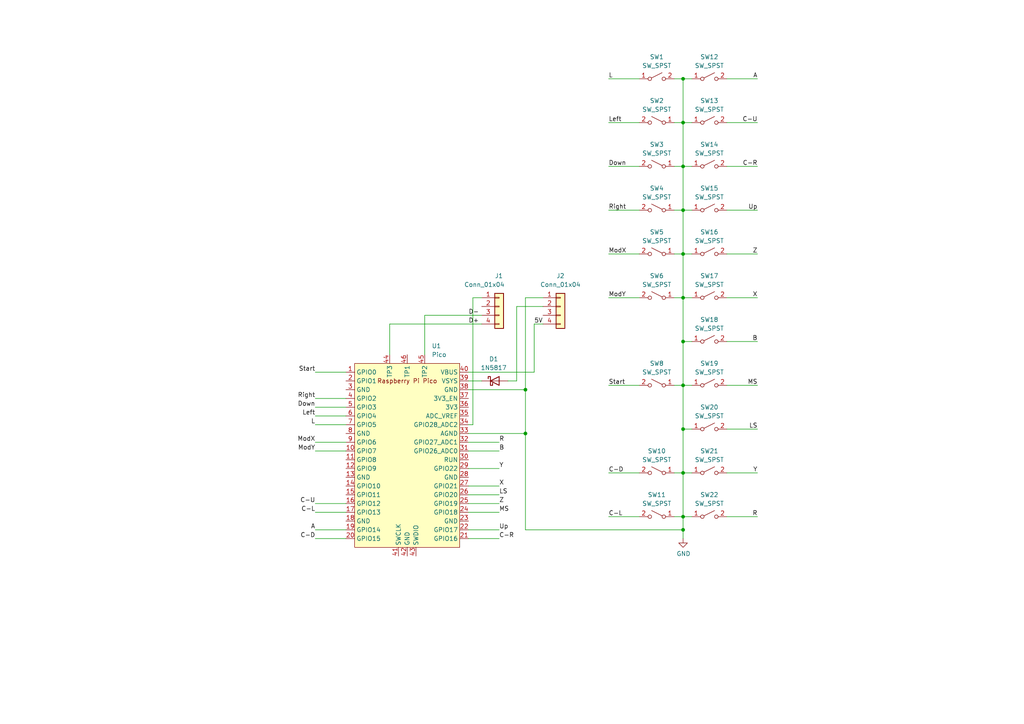
<source format=kicad_sch>
(kicad_sch (version 20211123) (generator eeschema)

  (uuid 9340c285-5767-42d5-8b6d-63fe2a40ddf3)

  (paper "A4")

  (lib_symbols
    (symbol "Diode:1N5817" (pin_numbers hide) (pin_names (offset 1.016) hide) (in_bom yes) (on_board yes)
      (property "Reference" "D" (id 0) (at 0 2.54 0)
        (effects (font (size 1.27 1.27)))
      )
      (property "Value" "1N5817" (id 1) (at 0 -2.54 0)
        (effects (font (size 1.27 1.27)))
      )
      (property "Footprint" "Diode_THT:D_DO-41_SOD81_P10.16mm_Horizontal" (id 2) (at 0 -4.445 0)
        (effects (font (size 1.27 1.27)) hide)
      )
      (property "Datasheet" "http://www.vishay.com/docs/88525/1n5817.pdf" (id 3) (at 0 0 0)
        (effects (font (size 1.27 1.27)) hide)
      )
      (property "ki_keywords" "diode Schottky" (id 4) (at 0 0 0)
        (effects (font (size 1.27 1.27)) hide)
      )
      (property "ki_description" "20V 1A Schottky Barrier Rectifier Diode, DO-41" (id 5) (at 0 0 0)
        (effects (font (size 1.27 1.27)) hide)
      )
      (property "ki_fp_filters" "D*DO?41*" (id 6) (at 0 0 0)
        (effects (font (size 1.27 1.27)) hide)
      )
      (symbol "1N5817_0_1"
        (polyline
          (pts
            (xy 1.27 0)
            (xy -1.27 0)
          )
          (stroke (width 0) (type default) (color 0 0 0 0))
          (fill (type none))
        )
        (polyline
          (pts
            (xy 1.27 1.27)
            (xy 1.27 -1.27)
            (xy -1.27 0)
            (xy 1.27 1.27)
          )
          (stroke (width 0.254) (type default) (color 0 0 0 0))
          (fill (type none))
        )
        (polyline
          (pts
            (xy -1.905 0.635)
            (xy -1.905 1.27)
            (xy -1.27 1.27)
            (xy -1.27 -1.27)
            (xy -0.635 -1.27)
            (xy -0.635 -0.635)
          )
          (stroke (width 0.254) (type default) (color 0 0 0 0))
          (fill (type none))
        )
      )
      (symbol "1N5817_1_1"
        (pin passive line (at -3.81 0 0) (length 2.54)
          (name "K" (effects (font (size 1.27 1.27))))
          (number "1" (effects (font (size 1.27 1.27))))
        )
        (pin passive line (at 3.81 0 180) (length 2.54)
          (name "A" (effects (font (size 1.27 1.27))))
          (number "2" (effects (font (size 1.27 1.27))))
        )
      )
    )
    (symbol "ModelU:Conn_01x04-Model_S" (pin_names (offset 1.016) hide) (in_bom yes) (on_board yes)
      (property "Reference" "J" (id 0) (at 0 5.08 0)
        (effects (font (size 1.27 1.27)))
      )
      (property "Value" "Conn_01x04-Model_S" (id 1) (at 0 -7.62 0)
        (effects (font (size 1.27 1.27)))
      )
      (property "Footprint" "" (id 2) (at 0 0 0)
        (effects (font (size 1.27 1.27)) hide)
      )
      (property "Datasheet" "" (id 3) (at 0 0 0)
        (effects (font (size 1.27 1.27)) hide)
      )
      (property "ki_fp_filters" "Connector*:*_1x??_*" (id 4) (at 0 0 0)
        (effects (font (size 1.27 1.27)) hide)
      )
      (symbol "Conn_01x04-Model_S_1_1"
        (rectangle (start -1.27 -4.953) (end 0 -5.207)
          (stroke (width 0.1524) (type default) (color 0 0 0 0))
          (fill (type none))
        )
        (rectangle (start -1.27 -2.413) (end 0 -2.667)
          (stroke (width 0.1524) (type default) (color 0 0 0 0))
          (fill (type none))
        )
        (rectangle (start -1.27 0.127) (end 0 -0.127)
          (stroke (width 0.1524) (type default) (color 0 0 0 0))
          (fill (type none))
        )
        (rectangle (start -1.27 2.667) (end 0 2.413)
          (stroke (width 0.1524) (type default) (color 0 0 0 0))
          (fill (type none))
        )
        (rectangle (start -1.27 3.81) (end 1.27 -6.35)
          (stroke (width 0.254) (type default) (color 0 0 0 0))
          (fill (type background))
        )
        (pin passive line (at -5.08 2.54 0) (length 3.81)
          (name "Pin_1" (effects (font (size 1.27 1.27))))
          (number "1" (effects (font (size 1.27 1.27))))
        )
        (pin passive line (at -5.08 0 0) (length 3.81)
          (name "Pin_2" (effects (font (size 1.27 1.27))))
          (number "2" (effects (font (size 1.27 1.27))))
        )
        (pin passive line (at -5.08 -2.54 0) (length 3.81)
          (name "Pin_3" (effects (font (size 1.27 1.27))))
          (number "3" (effects (font (size 1.27 1.27))))
        )
        (pin passive line (at -5.08 -5.08 0) (length 3.81)
          (name "Pin_4" (effects (font (size 1.27 1.27))))
          (number "4" (effects (font (size 1.27 1.27))))
        )
      )
    )
    (symbol "RaspberryPiPicoUSB:Pico" (in_bom yes) (on_board yes)
      (property "Reference" "U" (id 0) (at -13.97 27.94 0)
        (effects (font (size 1.27 1.27)))
      )
      (property "Value" "Pico" (id 1) (at 0 19.05 0)
        (effects (font (size 1.27 1.27)))
      )
      (property "Footprint" "RPi_Pico:RPi_Pico_SMD_TH" (id 2) (at 0 0 90)
        (effects (font (size 1.27 1.27)) hide)
      )
      (property "Datasheet" "" (id 3) (at 0 0 0)
        (effects (font (size 1.27 1.27)) hide)
      )
      (symbol "Pico_0_0"
        (text "Raspberry Pi Pico" (at 0 21.59 0)
          (effects (font (size 1.27 1.27)))
        )
      )
      (symbol "Pico_0_1"
        (rectangle (start -15.24 26.67) (end 15.24 -26.67)
          (stroke (width 0) (type default) (color 0 0 0 0))
          (fill (type background))
        )
      )
      (symbol "Pico_1_1"
        (pin bidirectional line (at -17.78 24.13 0) (length 2.54)
          (name "GPIO0" (effects (font (size 1.27 1.27))))
          (number "1" (effects (font (size 1.27 1.27))))
        )
        (pin bidirectional line (at -17.78 1.27 0) (length 2.54)
          (name "GPIO7" (effects (font (size 1.27 1.27))))
          (number "10" (effects (font (size 1.27 1.27))))
        )
        (pin bidirectional line (at -17.78 -1.27 0) (length 2.54)
          (name "GPIO8" (effects (font (size 1.27 1.27))))
          (number "11" (effects (font (size 1.27 1.27))))
        )
        (pin bidirectional line (at -17.78 -3.81 0) (length 2.54)
          (name "GPIO9" (effects (font (size 1.27 1.27))))
          (number "12" (effects (font (size 1.27 1.27))))
        )
        (pin power_in line (at -17.78 -6.35 0) (length 2.54)
          (name "GND" (effects (font (size 1.27 1.27))))
          (number "13" (effects (font (size 1.27 1.27))))
        )
        (pin bidirectional line (at -17.78 -8.89 0) (length 2.54)
          (name "GPIO10" (effects (font (size 1.27 1.27))))
          (number "14" (effects (font (size 1.27 1.27))))
        )
        (pin bidirectional line (at -17.78 -11.43 0) (length 2.54)
          (name "GPIO11" (effects (font (size 1.27 1.27))))
          (number "15" (effects (font (size 1.27 1.27))))
        )
        (pin bidirectional line (at -17.78 -13.97 0) (length 2.54)
          (name "GPIO12" (effects (font (size 1.27 1.27))))
          (number "16" (effects (font (size 1.27 1.27))))
        )
        (pin bidirectional line (at -17.78 -16.51 0) (length 2.54)
          (name "GPIO13" (effects (font (size 1.27 1.27))))
          (number "17" (effects (font (size 1.27 1.27))))
        )
        (pin power_in line (at -17.78 -19.05 0) (length 2.54)
          (name "GND" (effects (font (size 1.27 1.27))))
          (number "18" (effects (font (size 1.27 1.27))))
        )
        (pin bidirectional line (at -17.78 -21.59 0) (length 2.54)
          (name "GPIO14" (effects (font (size 1.27 1.27))))
          (number "19" (effects (font (size 1.27 1.27))))
        )
        (pin bidirectional line (at -17.78 21.59 0) (length 2.54)
          (name "GPIO1" (effects (font (size 1.27 1.27))))
          (number "2" (effects (font (size 1.27 1.27))))
        )
        (pin bidirectional line (at -17.78 -24.13 0) (length 2.54)
          (name "GPIO15" (effects (font (size 1.27 1.27))))
          (number "20" (effects (font (size 1.27 1.27))))
        )
        (pin bidirectional line (at 17.78 -24.13 180) (length 2.54)
          (name "GPIO16" (effects (font (size 1.27 1.27))))
          (number "21" (effects (font (size 1.27 1.27))))
        )
        (pin bidirectional line (at 17.78 -21.59 180) (length 2.54)
          (name "GPIO17" (effects (font (size 1.27 1.27))))
          (number "22" (effects (font (size 1.27 1.27))))
        )
        (pin power_in line (at 17.78 -19.05 180) (length 2.54)
          (name "GND" (effects (font (size 1.27 1.27))))
          (number "23" (effects (font (size 1.27 1.27))))
        )
        (pin bidirectional line (at 17.78 -16.51 180) (length 2.54)
          (name "GPIO18" (effects (font (size 1.27 1.27))))
          (number "24" (effects (font (size 1.27 1.27))))
        )
        (pin bidirectional line (at 17.78 -13.97 180) (length 2.54)
          (name "GPIO19" (effects (font (size 1.27 1.27))))
          (number "25" (effects (font (size 1.27 1.27))))
        )
        (pin bidirectional line (at 17.78 -11.43 180) (length 2.54)
          (name "GPIO20" (effects (font (size 1.27 1.27))))
          (number "26" (effects (font (size 1.27 1.27))))
        )
        (pin bidirectional line (at 17.78 -8.89 180) (length 2.54)
          (name "GPIO21" (effects (font (size 1.27 1.27))))
          (number "27" (effects (font (size 1.27 1.27))))
        )
        (pin power_in line (at 17.78 -6.35 180) (length 2.54)
          (name "GND" (effects (font (size 1.27 1.27))))
          (number "28" (effects (font (size 1.27 1.27))))
        )
        (pin bidirectional line (at 17.78 -3.81 180) (length 2.54)
          (name "GPIO22" (effects (font (size 1.27 1.27))))
          (number "29" (effects (font (size 1.27 1.27))))
        )
        (pin power_in line (at -17.78 19.05 0) (length 2.54)
          (name "GND" (effects (font (size 1.27 1.27))))
          (number "3" (effects (font (size 1.27 1.27))))
        )
        (pin input line (at 17.78 -1.27 180) (length 2.54)
          (name "RUN" (effects (font (size 1.27 1.27))))
          (number "30" (effects (font (size 1.27 1.27))))
        )
        (pin bidirectional line (at 17.78 1.27 180) (length 2.54)
          (name "GPIO26_ADC0" (effects (font (size 1.27 1.27))))
          (number "31" (effects (font (size 1.27 1.27))))
        )
        (pin bidirectional line (at 17.78 3.81 180) (length 2.54)
          (name "GPIO27_ADC1" (effects (font (size 1.27 1.27))))
          (number "32" (effects (font (size 1.27 1.27))))
        )
        (pin power_in line (at 17.78 6.35 180) (length 2.54)
          (name "AGND" (effects (font (size 1.27 1.27))))
          (number "33" (effects (font (size 1.27 1.27))))
        )
        (pin bidirectional line (at 17.78 8.89 180) (length 2.54)
          (name "GPIO28_ADC2" (effects (font (size 1.27 1.27))))
          (number "34" (effects (font (size 1.27 1.27))))
        )
        (pin power_in line (at 17.78 11.43 180) (length 2.54)
          (name "ADC_VREF" (effects (font (size 1.27 1.27))))
          (number "35" (effects (font (size 1.27 1.27))))
        )
        (pin power_in line (at 17.78 13.97 180) (length 2.54)
          (name "3V3" (effects (font (size 1.27 1.27))))
          (number "36" (effects (font (size 1.27 1.27))))
        )
        (pin input line (at 17.78 16.51 180) (length 2.54)
          (name "3V3_EN" (effects (font (size 1.27 1.27))))
          (number "37" (effects (font (size 1.27 1.27))))
        )
        (pin bidirectional line (at 17.78 19.05 180) (length 2.54)
          (name "GND" (effects (font (size 1.27 1.27))))
          (number "38" (effects (font (size 1.27 1.27))))
        )
        (pin power_in line (at 17.78 21.59 180) (length 2.54)
          (name "VSYS" (effects (font (size 1.27 1.27))))
          (number "39" (effects (font (size 1.27 1.27))))
        )
        (pin bidirectional line (at -17.78 16.51 0) (length 2.54)
          (name "GPIO2" (effects (font (size 1.27 1.27))))
          (number "4" (effects (font (size 1.27 1.27))))
        )
        (pin power_in line (at 17.78 24.13 180) (length 2.54)
          (name "VBUS" (effects (font (size 1.27 1.27))))
          (number "40" (effects (font (size 1.27 1.27))))
        )
        (pin input line (at -2.54 -29.21 90) (length 2.54)
          (name "SWCLK" (effects (font (size 1.27 1.27))))
          (number "41" (effects (font (size 1.27 1.27))))
        )
        (pin power_in line (at 0 -29.21 90) (length 2.54)
          (name "GND" (effects (font (size 1.27 1.27))))
          (number "42" (effects (font (size 1.27 1.27))))
        )
        (pin bidirectional line (at 2.54 -29.21 90) (length 2.54)
          (name "SWDIO" (effects (font (size 1.27 1.27))))
          (number "43" (effects (font (size 1.27 1.27))))
        )
        (pin bidirectional line (at -5.08 29.21 270) (length 2.54)
          (name "TP3" (effects (font (size 1.27 1.27))))
          (number "44" (effects (font (size 1.27 1.27))))
        )
        (pin bidirectional line (at 5.08 29.21 270) (length 2.54)
          (name "TP2" (effects (font (size 1.27 1.27))))
          (number "45" (effects (font (size 1.27 1.27))))
        )
        (pin bidirectional line (at 0 29.21 270) (length 2.54)
          (name "TP1" (effects (font (size 1.27 1.27))))
          (number "46" (effects (font (size 1.27 1.27))))
        )
        (pin bidirectional line (at -17.78 13.97 0) (length 2.54)
          (name "GPIO3" (effects (font (size 1.27 1.27))))
          (number "5" (effects (font (size 1.27 1.27))))
        )
        (pin bidirectional line (at -17.78 11.43 0) (length 2.54)
          (name "GPIO4" (effects (font (size 1.27 1.27))))
          (number "6" (effects (font (size 1.27 1.27))))
        )
        (pin bidirectional line (at -17.78 8.89 0) (length 2.54)
          (name "GPIO5" (effects (font (size 1.27 1.27))))
          (number "7" (effects (font (size 1.27 1.27))))
        )
        (pin power_in line (at -17.78 6.35 0) (length 2.54)
          (name "GND" (effects (font (size 1.27 1.27))))
          (number "8" (effects (font (size 1.27 1.27))))
        )
        (pin bidirectional line (at -17.78 3.81 0) (length 2.54)
          (name "GPIO6" (effects (font (size 1.27 1.27))))
          (number "9" (effects (font (size 1.27 1.27))))
        )
      )
    )
    (symbol "Switch:SW_SPST" (pin_names (offset 0) hide) (in_bom yes) (on_board yes)
      (property "Reference" "SW" (id 0) (at 0 3.175 0)
        (effects (font (size 1.27 1.27)))
      )
      (property "Value" "SW_SPST" (id 1) (at 0 -2.54 0)
        (effects (font (size 1.27 1.27)))
      )
      (property "Footprint" "" (id 2) (at 0 0 0)
        (effects (font (size 1.27 1.27)) hide)
      )
      (property "Datasheet" "~" (id 3) (at 0 0 0)
        (effects (font (size 1.27 1.27)) hide)
      )
      (property "ki_keywords" "switch lever" (id 4) (at 0 0 0)
        (effects (font (size 1.27 1.27)) hide)
      )
      (property "ki_description" "Single Pole Single Throw (SPST) switch" (id 5) (at 0 0 0)
        (effects (font (size 1.27 1.27)) hide)
      )
      (symbol "SW_SPST_0_0"
        (circle (center -2.032 0) (radius 0.508)
          (stroke (width 0) (type default) (color 0 0 0 0))
          (fill (type none))
        )
        (polyline
          (pts
            (xy -1.524 0.254)
            (xy 1.524 1.778)
          )
          (stroke (width 0) (type default) (color 0 0 0 0))
          (fill (type none))
        )
        (circle (center 2.032 0) (radius 0.508)
          (stroke (width 0) (type default) (color 0 0 0 0))
          (fill (type none))
        )
      )
      (symbol "SW_SPST_1_1"
        (pin passive line (at -5.08 0 0) (length 2.54)
          (name "A" (effects (font (size 1.27 1.27))))
          (number "1" (effects (font (size 1.27 1.27))))
        )
        (pin passive line (at 5.08 0 180) (length 2.54)
          (name "B" (effects (font (size 1.27 1.27))))
          (number "2" (effects (font (size 1.27 1.27))))
        )
      )
    )
    (symbol "power:GND" (power) (pin_names (offset 0)) (in_bom yes) (on_board yes)
      (property "Reference" "#PWR" (id 0) (at 0 -6.35 0)
        (effects (font (size 1.27 1.27)) hide)
      )
      (property "Value" "GND" (id 1) (at 0 -3.81 0)
        (effects (font (size 1.27 1.27)))
      )
      (property "Footprint" "" (id 2) (at 0 0 0)
        (effects (font (size 1.27 1.27)) hide)
      )
      (property "Datasheet" "" (id 3) (at 0 0 0)
        (effects (font (size 1.27 1.27)) hide)
      )
      (property "ki_keywords" "power-flag" (id 4) (at 0 0 0)
        (effects (font (size 1.27 1.27)) hide)
      )
      (property "ki_description" "Power symbol creates a global label with name \"GND\" , ground" (id 5) (at 0 0 0)
        (effects (font (size 1.27 1.27)) hide)
      )
      (symbol "GND_0_1"
        (polyline
          (pts
            (xy 0 0)
            (xy 0 -1.27)
            (xy 1.27 -1.27)
            (xy 0 -2.54)
            (xy -1.27 -1.27)
            (xy 0 -1.27)
          )
          (stroke (width 0) (type default) (color 0 0 0 0))
          (fill (type none))
        )
      )
      (symbol "GND_1_1"
        (pin power_in line (at 0 0 270) (length 0) hide
          (name "GND" (effects (font (size 1.27 1.27))))
          (number "1" (effects (font (size 1.27 1.27))))
        )
      )
    )
  )

  (junction (at 198.12 137.16) (diameter 0) (color 0 0 0 0)
    (uuid 08a7c925-7fae-4530-b0c9-120e185cb318)
  )
  (junction (at 152.4 113.03) (diameter 0) (color 0 0 0 0)
    (uuid 21c20821-3a94-4cc0-910e-aac4a04725a3)
  )
  (junction (at 198.12 124.46) (diameter 0) (color 0 0 0 0)
    (uuid 5528bcad-2950-4673-90eb-c37e6952c475)
  )
  (junction (at 198.12 149.86) (diameter 0) (color 0 0 0 0)
    (uuid 61fe293f-6808-4b7f-9340-9aaac7054a97)
  )
  (junction (at 198.12 73.66) (diameter 0) (color 0 0 0 0)
    (uuid 6441b183-b8f2-458f-a23d-60e2b1f66dd6)
  )
  (junction (at 198.12 99.06) (diameter 0) (color 0 0 0 0)
    (uuid 66043bca-a260-4915-9fce-8a51d324c687)
  )
  (junction (at 152.4 125.73) (diameter 0) (color 0 0 0 0)
    (uuid 6a31db23-aed5-44bb-88c1-e75e78ac898d)
  )
  (junction (at 198.12 111.76) (diameter 0) (color 0 0 0 0)
    (uuid 7bbf981c-a063-4e30-8911-e4228e1c0743)
  )
  (junction (at 198.12 48.26) (diameter 0) (color 0 0 0 0)
    (uuid 80094b70-85ab-4ff6-934b-60d5ee65023a)
  )
  (junction (at 198.12 35.56) (diameter 0) (color 0 0 0 0)
    (uuid 922058ca-d09a-45fd-8394-05f3e2c1e03a)
  )
  (junction (at 198.12 86.36) (diameter 0) (color 0 0 0 0)
    (uuid b5352a33-563a-4ffe-a231-2e68fb54afa3)
  )
  (junction (at 198.12 22.86) (diameter 0) (color 0 0 0 0)
    (uuid bdc7face-9f7c-4701-80bb-4cc144448db1)
  )
  (junction (at 198.12 60.96) (diameter 0) (color 0 0 0 0)
    (uuid d4a1d3c4-b315-4bec-9220-d12a9eab51e0)
  )
  (junction (at 198.12 153.67) (diameter 0) (color 0 0 0 0)
    (uuid df05292e-5cf4-4545-b250-3aa233f42905)
  )

  (wire (pts (xy 135.89 110.49) (xy 139.7 110.49))
    (stroke (width 0) (type default) (color 0 0 0 0))
    (uuid 01f3afe9-aef6-40aa-8347-f801724f83ec)
  )
  (wire (pts (xy 100.33 128.27) (xy 91.44 128.27))
    (stroke (width 0) (type default) (color 0 0 0 0))
    (uuid 0413bc3d-7dec-4b1e-ac5b-48ac7ae73bf4)
  )
  (wire (pts (xy 219.71 22.86) (xy 210.82 22.86))
    (stroke (width 0) (type default) (color 0 0 0 0))
    (uuid 0520f61d-4522-4301-a3fa-8ed0bf060f69)
  )
  (wire (pts (xy 152.4 86.36) (xy 157.48 86.36))
    (stroke (width 0) (type default) (color 0 0 0 0))
    (uuid 060112c5-2234-4cbc-a58a-78e8f5d5c4ad)
  )
  (wire (pts (xy 198.12 48.26) (xy 195.58 48.26))
    (stroke (width 0) (type default) (color 0 0 0 0))
    (uuid 0f54db53-a272-4955-88fb-d7ab00657bb0)
  )
  (wire (pts (xy 219.71 73.66) (xy 210.82 73.66))
    (stroke (width 0) (type default) (color 0 0 0 0))
    (uuid 143ed874-a01f-4ced-ba4e-bbb66ddd1f70)
  )
  (wire (pts (xy 200.66 22.86) (xy 198.12 22.86))
    (stroke (width 0) (type default) (color 0 0 0 0))
    (uuid 1a1ab354-5f85-45f9-938c-9f6c4c8c3ea2)
  )
  (wire (pts (xy 195.58 137.16) (xy 198.12 137.16))
    (stroke (width 0) (type default) (color 0 0 0 0))
    (uuid 1bf544e3-5940-4576-9291-2464e95c0ee2)
  )
  (wire (pts (xy 198.12 60.96) (xy 198.12 73.66))
    (stroke (width 0) (type default) (color 0 0 0 0))
    (uuid 20cca02e-4c4d-4961-b6b4-b40a1731b220)
  )
  (wire (pts (xy 152.4 113.03) (xy 152.4 86.36))
    (stroke (width 0) (type default) (color 0 0 0 0))
    (uuid 233470d4-e37b-4863-9be9-430377e4233d)
  )
  (wire (pts (xy 176.53 60.96) (xy 185.42 60.96))
    (stroke (width 0) (type default) (color 0 0 0 0))
    (uuid 240e07e1-770b-4b27-894f-29fd601c924d)
  )
  (wire (pts (xy 219.71 149.86) (xy 210.82 149.86))
    (stroke (width 0) (type default) (color 0 0 0 0))
    (uuid 2891767f-251c-48c4-91c0-deb1b368f45c)
  )
  (wire (pts (xy 195.58 111.76) (xy 198.12 111.76))
    (stroke (width 0) (type default) (color 0 0 0 0))
    (uuid 2d210a96-f81f-42a9-8bf4-1b43c11086f3)
  )
  (wire (pts (xy 113.03 102.87) (xy 113.03 93.98))
    (stroke (width 0) (type default) (color 0 0 0 0))
    (uuid 2e1fa008-357a-4aac-8cf5-970493fa664d)
  )
  (wire (pts (xy 100.33 118.11) (xy 91.44 118.11))
    (stroke (width 0) (type default) (color 0 0 0 0))
    (uuid 31550343-14d8-4646-8cd8-824e61793bd2)
  )
  (wire (pts (xy 198.12 73.66) (xy 200.66 73.66))
    (stroke (width 0) (type default) (color 0 0 0 0))
    (uuid 31e08896-1992-4725-96d9-9d2728bca7a3)
  )
  (wire (pts (xy 152.4 153.67) (xy 198.12 153.67))
    (stroke (width 0) (type default) (color 0 0 0 0))
    (uuid 381de4bb-137e-499a-a200-dd1ce07a898b)
  )
  (wire (pts (xy 198.12 22.86) (xy 195.58 22.86))
    (stroke (width 0) (type default) (color 0 0 0 0))
    (uuid 3aaee4c4-dbf7-49a5-a620-9465d8cc3ae7)
  )
  (wire (pts (xy 219.71 48.26) (xy 210.82 48.26))
    (stroke (width 0) (type default) (color 0 0 0 0))
    (uuid 411d4270-c66c-4318-b7fb-1470d34862b8)
  )
  (wire (pts (xy 135.89 140.97) (xy 144.78 140.97))
    (stroke (width 0) (type default) (color 0 0 0 0))
    (uuid 416c86c7-0f8b-4df5-b309-4adcf4d2702b)
  )
  (wire (pts (xy 195.58 149.86) (xy 198.12 149.86))
    (stroke (width 0) (type default) (color 0 0 0 0))
    (uuid 42713045-fffd-4b2d-ae1e-7232d705fb12)
  )
  (wire (pts (xy 135.89 153.67) (xy 144.78 153.67))
    (stroke (width 0) (type default) (color 0 0 0 0))
    (uuid 44858ceb-b21c-4efa-85d3-b2fd89d1df18)
  )
  (wire (pts (xy 100.33 146.05) (xy 91.44 146.05))
    (stroke (width 0) (type default) (color 0 0 0 0))
    (uuid 488d14a4-542e-41f6-bde8-b10693cdb476)
  )
  (wire (pts (xy 149.86 110.49) (xy 149.86 88.9))
    (stroke (width 0) (type default) (color 0 0 0 0))
    (uuid 488daa76-5688-4805-9439-7c6b067edb23)
  )
  (wire (pts (xy 198.12 137.16) (xy 200.66 137.16))
    (stroke (width 0) (type default) (color 0 0 0 0))
    (uuid 4a4ec8d9-3d72-4952-83d4-808f65849a2b)
  )
  (wire (pts (xy 154.94 93.98) (xy 157.48 93.98))
    (stroke (width 0) (type default) (color 0 0 0 0))
    (uuid 4be1df0c-db48-4581-87f2-aaa6ae493504)
  )
  (wire (pts (xy 219.71 99.06) (xy 210.82 99.06))
    (stroke (width 0) (type default) (color 0 0 0 0))
    (uuid 4d586a18-26c5-441e-a9ff-8125ee516126)
  )
  (wire (pts (xy 198.12 22.86) (xy 198.12 35.56))
    (stroke (width 0) (type default) (color 0 0 0 0))
    (uuid 503dbd88-3e6b-48cc-a2ea-a6e28b52a1f7)
  )
  (wire (pts (xy 198.12 73.66) (xy 198.12 86.36))
    (stroke (width 0) (type default) (color 0 0 0 0))
    (uuid 5487601b-81d3-4c70-8f3d-cf9df9c63302)
  )
  (wire (pts (xy 100.33 107.95) (xy 91.44 107.95))
    (stroke (width 0) (type default) (color 0 0 0 0))
    (uuid 56f69182-8f19-49f8-a2a9-efd0f22bafbb)
  )
  (wire (pts (xy 198.12 35.56) (xy 198.12 48.26))
    (stroke (width 0) (type default) (color 0 0 0 0))
    (uuid 592f25e6-a01b-47fd-8172-3da01117d00a)
  )
  (wire (pts (xy 152.4 125.73) (xy 152.4 153.67))
    (stroke (width 0) (type default) (color 0 0 0 0))
    (uuid 59614dda-9d90-423f-9c37-82d0dedea23d)
  )
  (wire (pts (xy 198.12 124.46) (xy 198.12 137.16))
    (stroke (width 0) (type default) (color 0 0 0 0))
    (uuid 597a11f2-5d2c-4a65-ac95-38ad106e1367)
  )
  (wire (pts (xy 198.12 149.86) (xy 198.12 153.67))
    (stroke (width 0) (type default) (color 0 0 0 0))
    (uuid 59ec3156-036e-4049-89db-91a9dd07095f)
  )
  (wire (pts (xy 176.53 86.36) (xy 185.42 86.36))
    (stroke (width 0) (type default) (color 0 0 0 0))
    (uuid 63ff1c93-3f96-4c33-b498-5dd8c33bccc0)
  )
  (wire (pts (xy 200.66 86.36) (xy 198.12 86.36))
    (stroke (width 0) (type default) (color 0 0 0 0))
    (uuid 666713b0-70f4-42df-8761-f65bc212d03b)
  )
  (wire (pts (xy 135.89 156.21) (xy 144.78 156.21))
    (stroke (width 0) (type default) (color 0 0 0 0))
    (uuid 6bd8922e-6dae-4864-a6fb-2dc6d58f44b9)
  )
  (wire (pts (xy 200.66 99.06) (xy 198.12 99.06))
    (stroke (width 0) (type default) (color 0 0 0 0))
    (uuid 6c2e273e-743c-4f1e-a647-4171f8122550)
  )
  (wire (pts (xy 219.71 86.36) (xy 210.82 86.36))
    (stroke (width 0) (type default) (color 0 0 0 0))
    (uuid 71f92193-19b0-44ed-bc7f-77535083d769)
  )
  (wire (pts (xy 219.71 60.96) (xy 210.82 60.96))
    (stroke (width 0) (type default) (color 0 0 0 0))
    (uuid 795e68e2-c9ba-45cf-9bff-89b8fae05b5a)
  )
  (wire (pts (xy 100.33 130.81) (xy 91.44 130.81))
    (stroke (width 0) (type default) (color 0 0 0 0))
    (uuid 7993cb8a-8347-4133-81e9-0498b2068803)
  )
  (wire (pts (xy 200.66 48.26) (xy 198.12 48.26))
    (stroke (width 0) (type default) (color 0 0 0 0))
    (uuid 7aed3a71-054b-4aaa-9c0a-030523c32827)
  )
  (wire (pts (xy 135.89 125.73) (xy 152.4 125.73))
    (stroke (width 0) (type default) (color 0 0 0 0))
    (uuid 7c0a2520-da54-4b6b-a549-184cdd3216f3)
  )
  (wire (pts (xy 135.89 146.05) (xy 144.78 146.05))
    (stroke (width 0) (type default) (color 0 0 0 0))
    (uuid 7d9a1b88-03b4-4f95-9cac-025872f7f14d)
  )
  (wire (pts (xy 195.58 73.66) (xy 198.12 73.66))
    (stroke (width 0) (type default) (color 0 0 0 0))
    (uuid 7dc880bc-e7eb-4cce-8d8c-0b65a9dd788e)
  )
  (wire (pts (xy 198.12 124.46) (xy 200.66 124.46))
    (stroke (width 0) (type default) (color 0 0 0 0))
    (uuid 7edc9030-db7b-43ac-a1b3-b87eeacb4c2d)
  )
  (wire (pts (xy 113.03 93.98) (xy 139.7 93.98))
    (stroke (width 0) (type default) (color 0 0 0 0))
    (uuid 80e302b7-97a6-4d5e-8db8-a2ecb63bf436)
  )
  (wire (pts (xy 154.94 107.95) (xy 154.94 93.98))
    (stroke (width 0) (type default) (color 0 0 0 0))
    (uuid 82aa2e1f-8e18-4796-b466-802b401d99de)
  )
  (wire (pts (xy 198.12 153.67) (xy 198.12 156.21))
    (stroke (width 0) (type default) (color 0 0 0 0))
    (uuid 82d57ab1-f55d-439a-a573-c40a1bfe9bbe)
  )
  (wire (pts (xy 135.89 123.19) (xy 137.16 123.19))
    (stroke (width 0) (type default) (color 0 0 0 0))
    (uuid 83b7153e-9c85-48de-8c48-cc4b06ba999d)
  )
  (wire (pts (xy 198.12 86.36) (xy 195.58 86.36))
    (stroke (width 0) (type default) (color 0 0 0 0))
    (uuid 852dabbf-de45-4470-8176-59d37a754407)
  )
  (wire (pts (xy 219.71 35.56) (xy 210.82 35.56))
    (stroke (width 0) (type default) (color 0 0 0 0))
    (uuid 8fcec304-c6b1-4655-8326-beacd0476953)
  )
  (wire (pts (xy 135.89 143.51) (xy 144.78 143.51))
    (stroke (width 0) (type default) (color 0 0 0 0))
    (uuid 9004ab82-4af8-49a3-a5e6-2fb05962ad46)
  )
  (wire (pts (xy 195.58 60.96) (xy 198.12 60.96))
    (stroke (width 0) (type default) (color 0 0 0 0))
    (uuid 9157f4ae-0244-4ff1-9f73-3cb4cbb5f280)
  )
  (wire (pts (xy 198.12 137.16) (xy 198.12 149.86))
    (stroke (width 0) (type default) (color 0 0 0 0))
    (uuid 926001fd-2747-4639-8c0f-4fc46ff7218d)
  )
  (wire (pts (xy 135.89 148.59) (xy 144.78 148.59))
    (stroke (width 0) (type default) (color 0 0 0 0))
    (uuid 95e8af37-da18-45f4-9136-8300a3be5659)
  )
  (wire (pts (xy 198.12 35.56) (xy 195.58 35.56))
    (stroke (width 0) (type default) (color 0 0 0 0))
    (uuid 97fe9c60-586f-4895-8504-4d3729f5f81a)
  )
  (wire (pts (xy 176.53 149.86) (xy 185.42 149.86))
    (stroke (width 0) (type default) (color 0 0 0 0))
    (uuid 9b0a1687-7e1b-4a04-a30b-c27a072a2949)
  )
  (wire (pts (xy 176.53 22.86) (xy 185.42 22.86))
    (stroke (width 0) (type default) (color 0 0 0 0))
    (uuid 9bac9ad3-a7b9-47f0-87c7-d8630653df68)
  )
  (wire (pts (xy 176.53 73.66) (xy 185.42 73.66))
    (stroke (width 0) (type default) (color 0 0 0 0))
    (uuid 9e1b837f-0d34-4a18-9644-9ee68f141f46)
  )
  (wire (pts (xy 198.12 86.36) (xy 198.12 99.06))
    (stroke (width 0) (type default) (color 0 0 0 0))
    (uuid a29f8df0-3fae-4edf-8d9c-bd5a875b13e3)
  )
  (wire (pts (xy 135.89 107.95) (xy 154.94 107.95))
    (stroke (width 0) (type default) (color 0 0 0 0))
    (uuid a42e7863-4260-4035-9bea-16d525a30326)
  )
  (wire (pts (xy 100.33 120.65) (xy 91.44 120.65))
    (stroke (width 0) (type default) (color 0 0 0 0))
    (uuid ac0e934a-8dfe-4e05-8e41-e87419254b55)
  )
  (wire (pts (xy 219.71 111.76) (xy 210.82 111.76))
    (stroke (width 0) (type default) (color 0 0 0 0))
    (uuid b09666f9-12f1-4ee9-8877-2292c94258ca)
  )
  (wire (pts (xy 152.4 113.03) (xy 152.4 125.73))
    (stroke (width 0) (type default) (color 0 0 0 0))
    (uuid b2b1fea4-3f49-4588-8cdb-df5f92907b14)
  )
  (wire (pts (xy 135.89 128.27) (xy 144.78 128.27))
    (stroke (width 0) (type default) (color 0 0 0 0))
    (uuid b45187a5-27c1-41fa-898a-e06091cf3efc)
  )
  (wire (pts (xy 176.53 111.76) (xy 185.42 111.76))
    (stroke (width 0) (type default) (color 0 0 0 0))
    (uuid b6cd701f-4223-4e72-a305-466869ccb250)
  )
  (wire (pts (xy 198.12 149.86) (xy 200.66 149.86))
    (stroke (width 0) (type default) (color 0 0 0 0))
    (uuid b88717bd-086f-46cd-9d3f-0396009d0996)
  )
  (wire (pts (xy 100.33 153.67) (xy 91.44 153.67))
    (stroke (width 0) (type default) (color 0 0 0 0))
    (uuid bf6b9c5f-ef83-4837-a2d0-d75a01ec9c44)
  )
  (wire (pts (xy 198.12 60.96) (xy 200.66 60.96))
    (stroke (width 0) (type default) (color 0 0 0 0))
    (uuid bfc0aadc-38cf-466e-a642-68fdc3138c78)
  )
  (wire (pts (xy 176.53 137.16) (xy 185.42 137.16))
    (stroke (width 0) (type default) (color 0 0 0 0))
    (uuid c01d25cd-f4bb-4ef3-b5ea-533a2a4ddb2b)
  )
  (wire (pts (xy 200.66 35.56) (xy 198.12 35.56))
    (stroke (width 0) (type default) (color 0 0 0 0))
    (uuid c0515cd2-cdaa-467e-8354-0f6eadfa35c9)
  )
  (wire (pts (xy 149.86 88.9) (xy 157.48 88.9))
    (stroke (width 0) (type default) (color 0 0 0 0))
    (uuid c1f7795c-6da2-46c6-8c71-0665e8471427)
  )
  (wire (pts (xy 100.33 115.57) (xy 91.44 115.57))
    (stroke (width 0) (type default) (color 0 0 0 0))
    (uuid c29b33c9-3e87-4213-b148-7f2b180d7e74)
  )
  (wire (pts (xy 100.33 156.21) (xy 91.44 156.21))
    (stroke (width 0) (type default) (color 0 0 0 0))
    (uuid c5a570ee-256b-40ce-86c7-297d2a087fa4)
  )
  (wire (pts (xy 219.71 124.46) (xy 210.82 124.46))
    (stroke (width 0) (type default) (color 0 0 0 0))
    (uuid c8b92953-cd23-44e6-85ce-083fb8c3f20f)
  )
  (wire (pts (xy 198.12 48.26) (xy 198.12 60.96))
    (stroke (width 0) (type default) (color 0 0 0 0))
    (uuid cb614b23-9af3-4aec-bed8-c1374e001510)
  )
  (wire (pts (xy 176.53 35.56) (xy 185.42 35.56))
    (stroke (width 0) (type default) (color 0 0 0 0))
    (uuid cbd8faed-e1f8-4406-87c8-58b2c504a5d4)
  )
  (wire (pts (xy 100.33 148.59) (xy 91.44 148.59))
    (stroke (width 0) (type default) (color 0 0 0 0))
    (uuid ceac4255-1cb9-4806-b475-dd179cfe294f)
  )
  (wire (pts (xy 135.89 113.03) (xy 152.4 113.03))
    (stroke (width 0) (type default) (color 0 0 0 0))
    (uuid d2ce7c72-7f5f-4c18-972d-7dba432e869f)
  )
  (wire (pts (xy 198.12 111.76) (xy 198.12 124.46))
    (stroke (width 0) (type default) (color 0 0 0 0))
    (uuid d39d813e-3e64-490c-ba5c-a64bb5ad6bd0)
  )
  (wire (pts (xy 147.32 110.49) (xy 149.86 110.49))
    (stroke (width 0) (type default) (color 0 0 0 0))
    (uuid dd312685-6379-4d82-9272-34454cc7631b)
  )
  (wire (pts (xy 135.89 130.81) (xy 144.78 130.81))
    (stroke (width 0) (type default) (color 0 0 0 0))
    (uuid e076d40e-464b-44fa-8e93-a217ffd2370d)
  )
  (wire (pts (xy 198.12 99.06) (xy 198.12 111.76))
    (stroke (width 0) (type default) (color 0 0 0 0))
    (uuid e3fc1e69-a11c-4c84-8952-fefb9372474e)
  )
  (wire (pts (xy 123.19 102.87) (xy 123.19 91.44))
    (stroke (width 0) (type default) (color 0 0 0 0))
    (uuid e47744b9-0e80-4f40-97a2-e6c666060a7e)
  )
  (wire (pts (xy 200.66 111.76) (xy 198.12 111.76))
    (stroke (width 0) (type default) (color 0 0 0 0))
    (uuid e857610b-4434-4144-b04e-43c1ebdc5ceb)
  )
  (wire (pts (xy 123.19 91.44) (xy 139.7 91.44))
    (stroke (width 0) (type default) (color 0 0 0 0))
    (uuid e918b919-3275-46f5-9abf-7feb327608c4)
  )
  (wire (pts (xy 137.16 86.36) (xy 139.7 86.36))
    (stroke (width 0) (type default) (color 0 0 0 0))
    (uuid e953557e-69ad-40cb-a365-cd31595c4a7b)
  )
  (wire (pts (xy 100.33 123.19) (xy 91.44 123.19))
    (stroke (width 0) (type default) (color 0 0 0 0))
    (uuid ec03f550-29ff-4a31-ab96-23db7d81ae58)
  )
  (wire (pts (xy 176.53 48.26) (xy 185.42 48.26))
    (stroke (width 0) (type default) (color 0 0 0 0))
    (uuid f2c93195-af12-4d3e-acdf-bdd0ff675c24)
  )
  (wire (pts (xy 137.16 123.19) (xy 137.16 86.36))
    (stroke (width 0) (type default) (color 0 0 0 0))
    (uuid f3dc0f9b-5fed-4215-a62f-b13f3a1f525c)
  )
  (wire (pts (xy 135.89 135.89) (xy 144.78 135.89))
    (stroke (width 0) (type default) (color 0 0 0 0))
    (uuid f41a5fa3-77b4-4fd4-ad76-a2c7bf0593eb)
  )
  (wire (pts (xy 219.71 137.16) (xy 210.82 137.16))
    (stroke (width 0) (type default) (color 0 0 0 0))
    (uuid fd3499d5-6fd2-49a4-bdb0-109cee899fde)
  )

  (label "A" (at 219.71 22.86 180)
    (effects (font (size 1.27 1.27)) (justify right bottom))
    (uuid 009b5465-0a65-4237-93e7-eb65321eeb18)
  )
  (label "LS" (at 219.71 124.46 180)
    (effects (font (size 1.27 1.27)) (justify right bottom))
    (uuid 00f3ea8b-8a54-4e56-84ff-d98f6c00496c)
  )
  (label "ModY" (at 91.44 130.81 180)
    (effects (font (size 1.27 1.27)) (justify right bottom))
    (uuid 066e6dfc-9c9b-4e23-bb53-5a3a7edfa260)
  )
  (label "C-L" (at 91.44 148.59 180)
    (effects (font (size 1.27 1.27)) (justify right bottom))
    (uuid 068d18a6-866f-4e3f-9f71-176103ac84ca)
  )
  (label "Left" (at 91.44 120.65 180)
    (effects (font (size 1.27 1.27)) (justify right bottom))
    (uuid 0ae5e412-3e7b-475a-958e-3ccb86bbb974)
  )
  (label "Down" (at 176.53 48.26 0)
    (effects (font (size 1.27 1.27)) (justify left bottom))
    (uuid 101ef598-601d-400e-9ef6-d655fbb1dbfa)
  )
  (label "D+" (at 135.89 93.98 0)
    (effects (font (size 1.27 1.27)) (justify left bottom))
    (uuid 1f29490b-26f9-450c-8ba3-18065d79923b)
  )
  (label "C-R" (at 219.71 48.26 180)
    (effects (font (size 1.27 1.27)) (justify right bottom))
    (uuid 221bef83-3ea7-4d3f-adeb-53a8a07c6273)
  )
  (label "Z" (at 144.78 146.05 0)
    (effects (font (size 1.27 1.27)) (justify left bottom))
    (uuid 2537d70e-5b4d-4225-9664-45aac4d8233a)
  )
  (label "B" (at 144.78 130.81 0)
    (effects (font (size 1.27 1.27)) (justify left bottom))
    (uuid 27205480-faa3-42ff-8a3d-e23e0655cb4c)
  )
  (label "Y" (at 144.78 135.89 0)
    (effects (font (size 1.27 1.27)) (justify left bottom))
    (uuid 4411327a-d242-4a4e-b683-ede39e81bddf)
  )
  (label "ModX" (at 91.44 128.27 180)
    (effects (font (size 1.27 1.27)) (justify right bottom))
    (uuid 46aa9259-a4db-40c2-92b1-0b642c576c0e)
  )
  (label "MS" (at 219.71 111.76 180)
    (effects (font (size 1.27 1.27)) (justify right bottom))
    (uuid 477892a1-722e-4cda-bb6c-fcdb8ba5f93e)
  )
  (label "Up" (at 219.71 60.96 180)
    (effects (font (size 1.27 1.27)) (justify right bottom))
    (uuid 4ba06b66-7669-4c70-b585-f5d4c9c33527)
  )
  (label "Z" (at 219.71 73.66 180)
    (effects (font (size 1.27 1.27)) (justify right bottom))
    (uuid 60ff6322-62e2-4602-9bc0-7a0f0a5ecfbf)
  )
  (label "C-D" (at 176.53 137.16 0)
    (effects (font (size 1.27 1.27)) (justify left bottom))
    (uuid 65134029-dbd2-409a-85a8-13c2a33ff019)
  )
  (label "5V" (at 154.94 93.98 0)
    (effects (font (size 1.27 1.27)) (justify left bottom))
    (uuid 731a562f-481b-46b6-973e-9b78b646315e)
  )
  (label "C-L" (at 176.53 149.86 0)
    (effects (font (size 1.27 1.27)) (justify left bottom))
    (uuid 7f2301df-e4bc-479e-a681-cc59c9a2dbbb)
  )
  (label "Left" (at 176.53 35.56 0)
    (effects (font (size 1.27 1.27)) (justify left bottom))
    (uuid 7f52d787-caa3-4a92-b1b2-19d554dc29a4)
  )
  (label "ModY" (at 176.53 86.36 0)
    (effects (font (size 1.27 1.27)) (justify left bottom))
    (uuid 8087f566-a94d-4bbc-985b-e49ee7762296)
  )
  (label "Start" (at 91.44 107.95 180)
    (effects (font (size 1.27 1.27)) (justify right bottom))
    (uuid 893fd383-b585-45fa-ac35-d20031698041)
  )
  (label "C-D" (at 91.44 156.21 180)
    (effects (font (size 1.27 1.27)) (justify right bottom))
    (uuid 8adc2b8b-f287-4fe8-971c-d51bf1adbc40)
  )
  (label "C-R" (at 144.78 156.21 0)
    (effects (font (size 1.27 1.27)) (justify left bottom))
    (uuid 8e9051ea-0553-473e-aaea-ded8af9abdd5)
  )
  (label "B" (at 219.71 99.06 180)
    (effects (font (size 1.27 1.27)) (justify right bottom))
    (uuid 9186fd02-f30d-4e17-aa38-378ab73e3908)
  )
  (label "ModX" (at 176.53 73.66 0)
    (effects (font (size 1.27 1.27)) (justify left bottom))
    (uuid 98c78427-acd5-4f90-9ad6-9f61c4809aec)
  )
  (label "L" (at 91.44 123.19 180)
    (effects (font (size 1.27 1.27)) (justify right bottom))
    (uuid a481417e-3706-49df-a329-0cc5808e4913)
  )
  (label "Right" (at 176.53 60.96 0)
    (effects (font (size 1.27 1.27)) (justify left bottom))
    (uuid a8447faf-e0a0-4c4a-ae53-4d4b28669151)
  )
  (label "Y" (at 219.71 137.16 180)
    (effects (font (size 1.27 1.27)) (justify right bottom))
    (uuid aa130053-a451-4f12-97f7-3d4d891a5f83)
  )
  (label "C-U" (at 91.44 146.05 180)
    (effects (font (size 1.27 1.27)) (justify right bottom))
    (uuid ad158c7a-e2b6-4334-aedb-6c577be3e047)
  )
  (label "C-U" (at 219.71 35.56 180)
    (effects (font (size 1.27 1.27)) (justify right bottom))
    (uuid b52d6ff3-fef1-496e-8dd5-ebb89b6bce6a)
  )
  (label "R" (at 219.71 149.86 180)
    (effects (font (size 1.27 1.27)) (justify right bottom))
    (uuid bc0dbc57-3ae8-4ce5-a05c-2d6003bba475)
  )
  (label "X" (at 144.78 140.97 0)
    (effects (font (size 1.27 1.27)) (justify left bottom))
    (uuid bd947ab0-476c-49f9-a363-8614c1e0fd34)
  )
  (label "Right" (at 91.44 115.57 180)
    (effects (font (size 1.27 1.27)) (justify right bottom))
    (uuid c96061bd-3d95-476c-8bb0-834106b9d3ad)
  )
  (label "LS" (at 144.78 143.51 0)
    (effects (font (size 1.27 1.27)) (justify left bottom))
    (uuid d2d1eb80-903c-4695-8fc1-f31a703e5c2e)
  )
  (label "Start" (at 176.53 111.76 0)
    (effects (font (size 1.27 1.27)) (justify left bottom))
    (uuid d88958ac-68cd-4955-a63f-0eaa329dec86)
  )
  (label "MS" (at 144.78 148.59 0)
    (effects (font (size 1.27 1.27)) (justify left bottom))
    (uuid dafd1ff3-8457-4487-b43f-b46bf1ca8147)
  )
  (label "A" (at 91.44 153.67 180)
    (effects (font (size 1.27 1.27)) (justify right bottom))
    (uuid db6b9d17-3198-4523-9da2-4fc5dfac8aef)
  )
  (label "X" (at 219.71 86.36 180)
    (effects (font (size 1.27 1.27)) (justify right bottom))
    (uuid e7369115-d491-4ef3-be3d-f5298992c3e8)
  )
  (label "L" (at 176.53 22.86 0)
    (effects (font (size 1.27 1.27)) (justify left bottom))
    (uuid e7e08b48-3d04-49da-8349-6de530a20c67)
  )
  (label "R" (at 144.78 128.27 0)
    (effects (font (size 1.27 1.27)) (justify left bottom))
    (uuid ea2e338d-b9c8-4965-a217-a9a6c3864d0b)
  )
  (label "Down" (at 91.44 118.11 180)
    (effects (font (size 1.27 1.27)) (justify right bottom))
    (uuid f8b3a069-edb0-4ae2-9f6e-520a504023be)
  )
  (label "D-" (at 135.89 91.44 0)
    (effects (font (size 1.27 1.27)) (justify left bottom))
    (uuid fb736511-e86e-4277-bacb-bb3e19373f15)
  )
  (label "Up" (at 144.78 153.67 0)
    (effects (font (size 1.27 1.27)) (justify left bottom))
    (uuid fd062380-20d1-498a-af6e-c28a499251a0)
  )

  (symbol (lib_id "Switch:SW_SPST") (at 190.5 22.86 0) (unit 1)
    (in_bom yes) (on_board yes)
    (uuid 00000000-0000-0000-0000-00005e3fb20b)
    (property "Reference" "SW1" (id 0) (at 190.5 16.51 0))
    (property "Value" "SW_SPST" (id 1) (at 190.5 19.05 0))
    (property "Footprint" "keyswitches:Kailh_socket_MX+PG1350" (id 2) (at 190.5 15.24 0)
      (effects (font (size 1.27 1.27)) hide)
    )
    (property "Datasheet" "~" (id 3) (at 190.5 15.24 0)
      (effects (font (size 1.27 1.27)) hide)
    )
    (pin "1" (uuid e9022769-ace5-473d-a306-6cd53f316234))
    (pin "2" (uuid 4e4e4696-a91f-41b4-9de9-f373bea03cbb))
  )

  (symbol (lib_id "power:GND") (at 198.12 156.21 0) (unit 1)
    (in_bom yes) (on_board yes)
    (uuid 00000000-0000-0000-0000-00005e4adec9)
    (property "Reference" "#PWR01" (id 0) (at 198.12 162.56 0)
      (effects (font (size 1.27 1.27)) hide)
    )
    (property "Value" "GND" (id 1) (at 198.247 160.6042 0))
    (property "Footprint" "" (id 2) (at 198.12 156.21 0)
      (effects (font (size 1.27 1.27)) hide)
    )
    (property "Datasheet" "" (id 3) (at 198.12 156.21 0)
      (effects (font (size 1.27 1.27)) hide)
    )
    (pin "1" (uuid ee0fdac1-c638-4d94-82c2-d7a509145d99))
  )

  (symbol (lib_id "Switch:SW_SPST") (at 190.5 35.56 0) (mirror y) (unit 1)
    (in_bom yes) (on_board yes)
    (uuid 00000000-0000-0000-0000-00005e89d452)
    (property "Reference" "SW2" (id 0) (at 190.5 29.21 0))
    (property "Value" "SW_SPST" (id 1) (at 190.5 31.75 0))
    (property "Footprint" "keyswitches:Kailh_socket_MX+PG1350" (id 2) (at 190.5 27.94 0)
      (effects (font (size 1.27 1.27)) hide)
    )
    (property "Datasheet" "~" (id 3) (at 190.5 27.94 0)
      (effects (font (size 1.27 1.27)) hide)
    )
    (pin "1" (uuid 63db0235-0a71-4019-aca4-eb12592aeaf0))
    (pin "2" (uuid 5b4e49c9-2608-4f54-afcf-04e0c04925fb))
  )

  (symbol (lib_id "Switch:SW_SPST") (at 190.5 48.26 0) (mirror y) (unit 1)
    (in_bom yes) (on_board yes)
    (uuid 00000000-0000-0000-0000-00005e8a6fa1)
    (property "Reference" "SW3" (id 0) (at 190.5 41.91 0))
    (property "Value" "SW_SPST" (id 1) (at 190.5 44.45 0))
    (property "Footprint" "keyswitches:Kailh_socket_MX+PG1350" (id 2) (at 190.5 40.64 0)
      (effects (font (size 1.27 1.27)) hide)
    )
    (property "Datasheet" "~" (id 3) (at 190.5 40.64 0)
      (effects (font (size 1.27 1.27)) hide)
    )
    (pin "1" (uuid d46bdf2a-1124-4fea-af8f-34f8f4677f71))
    (pin "2" (uuid 84414a51-7c55-438f-afa1-e86f42e7659f))
  )

  (symbol (lib_id "Switch:SW_SPST") (at 190.5 60.96 0) (mirror y) (unit 1)
    (in_bom yes) (on_board yes)
    (uuid 00000000-0000-0000-0000-00005e8ba39c)
    (property "Reference" "SW4" (id 0) (at 190.5 54.61 0))
    (property "Value" "SW_SPST" (id 1) (at 190.5 57.15 0))
    (property "Footprint" "keyswitches:Kailh_socket_MX+PG1350" (id 2) (at 190.5 53.34 0)
      (effects (font (size 1.27 1.27)) hide)
    )
    (property "Datasheet" "~" (id 3) (at 190.5 53.34 0)
      (effects (font (size 1.27 1.27)) hide)
    )
    (pin "1" (uuid dae2780e-fa50-49fb-92de-6cab4f404777))
    (pin "2" (uuid 5db10976-de50-4f9d-a2c3-7ef6de3063a7))
  )

  (symbol (lib_id "Switch:SW_SPST") (at 190.5 73.66 0) (mirror y) (unit 1)
    (in_bom yes) (on_board yes)
    (uuid 00000000-0000-0000-0000-00005e8c3d38)
    (property "Reference" "SW5" (id 0) (at 190.5 67.31 0))
    (property "Value" "SW_SPST" (id 1) (at 190.5 69.85 0))
    (property "Footprint" "keyswitches:Kailh_socket_MX+PG1350" (id 2) (at 190.5 66.04 0)
      (effects (font (size 1.27 1.27)) hide)
    )
    (property "Datasheet" "~" (id 3) (at 190.5 66.04 0)
      (effects (font (size 1.27 1.27)) hide)
    )
    (pin "1" (uuid 832d1e59-b8be-441f-a77f-2cc1a3c6953f))
    (pin "2" (uuid 1d23714b-19a0-4700-810b-bd35279f6daf))
  )

  (symbol (lib_id "Switch:SW_SPST") (at 190.5 86.36 0) (mirror y) (unit 1)
    (in_bom yes) (on_board yes)
    (uuid 00000000-0000-0000-0000-00005e8cd73d)
    (property "Reference" "SW6" (id 0) (at 190.5 80.01 0))
    (property "Value" "SW_SPST" (id 1) (at 190.5 82.55 0))
    (property "Footprint" "keyswitches:Kailh_socket_MX+PG1350" (id 2) (at 190.5 78.74 0)
      (effects (font (size 1.27 1.27)) hide)
    )
    (property "Datasheet" "~" (id 3) (at 190.5 78.74 0)
      (effects (font (size 1.27 1.27)) hide)
    )
    (pin "1" (uuid b6c38b2e-9888-46e6-9835-a98e5326dddf))
    (pin "2" (uuid 1a7b0537-3167-4104-9eee-add0c1e86e30))
  )

  (symbol (lib_id "Switch:SW_SPST") (at 190.5 111.76 0) (mirror y) (unit 1)
    (in_bom yes) (on_board yes)
    (uuid 00000000-0000-0000-0000-00005e8eaf7b)
    (property "Reference" "SW8" (id 0) (at 190.5 105.41 0))
    (property "Value" "SW_SPST" (id 1) (at 190.5 107.95 0))
    (property "Footprint" "keyswitches:Kailh_socket_MX+PG1350" (id 2) (at 190.5 104.14 0)
      (effects (font (size 1.27 1.27)) hide)
    )
    (property "Datasheet" "~" (id 3) (at 190.5 104.14 0)
      (effects (font (size 1.27 1.27)) hide)
    )
    (pin "1" (uuid 3b5cfc82-6f33-4132-88f7-c1ef8b70699a))
    (pin "2" (uuid fd35ae60-dc2b-47c8-8460-d0276fcc8884))
  )

  (symbol (lib_id "Switch:SW_SPST") (at 205.74 137.16 0) (unit 1)
    (in_bom yes) (on_board yes)
    (uuid 00000000-0000-0000-0000-00005e8feca9)
    (property "Reference" "SW21" (id 0) (at 205.74 130.81 0))
    (property "Value" "SW_SPST" (id 1) (at 205.74 133.35 0))
    (property "Footprint" "keyswitches:Kailh_socket_MX+PG1350" (id 2) (at 205.74 129.54 0)
      (effects (font (size 1.27 1.27)) hide)
    )
    (property "Datasheet" "~" (id 3) (at 205.74 129.54 0)
      (effects (font (size 1.27 1.27)) hide)
    )
    (pin "1" (uuid 76b9410a-612b-4785-bec1-9cdfddae5fe4))
    (pin "2" (uuid 5ffd80a6-9305-4da6-8c5e-e0f90693ca70))
  )

  (symbol (lib_id "Switch:SW_SPST") (at 205.74 149.86 0) (unit 1)
    (in_bom yes) (on_board yes)
    (uuid 00000000-0000-0000-0000-00005e9086c7)
    (property "Reference" "SW22" (id 0) (at 205.74 143.51 0))
    (property "Value" "SW_SPST" (id 1) (at 205.74 146.05 0))
    (property "Footprint" "keyswitches:Kailh_socket_MX+PG1350" (id 2) (at 205.74 142.24 0)
      (effects (font (size 1.27 1.27)) hide)
    )
    (property "Datasheet" "~" (id 3) (at 205.74 142.24 0)
      (effects (font (size 1.27 1.27)) hide)
    )
    (pin "1" (uuid 6b77c6b8-330f-44c5-82f1-264745164425))
    (pin "2" (uuid 544f0905-f177-4c0c-b536-d1ae7c0db5ae))
  )

  (symbol (lib_id "Switch:SW_SPST") (at 190.5 137.16 0) (mirror y) (unit 1)
    (in_bom yes) (on_board yes)
    (uuid 00000000-0000-0000-0000-00005e92f312)
    (property "Reference" "SW10" (id 0) (at 190.5 130.81 0))
    (property "Value" "SW_SPST" (id 1) (at 190.5 133.35 0))
    (property "Footprint" "keyswitches:Kailh_socket_MX+PG1350" (id 2) (at 190.5 129.54 0)
      (effects (font (size 1.27 1.27)) hide)
    )
    (property "Datasheet" "~" (id 3) (at 190.5 129.54 0)
      (effects (font (size 1.27 1.27)) hide)
    )
    (pin "1" (uuid 28450133-6267-4d45-8611-34bbab5f1b4b))
    (pin "2" (uuid feeb0cd6-6a0d-4e87-806e-acf25bb7be00))
  )

  (symbol (lib_id "Switch:SW_SPST") (at 190.5 149.86 0) (mirror y) (unit 1)
    (in_bom yes) (on_board yes)
    (uuid 00000000-0000-0000-0000-00005e938c63)
    (property "Reference" "SW11" (id 0) (at 190.5 143.51 0))
    (property "Value" "SW_SPST" (id 1) (at 190.5 146.05 0))
    (property "Footprint" "keyswitches:Kailh_socket_MX+PG1350" (id 2) (at 190.5 142.24 0)
      (effects (font (size 1.27 1.27)) hide)
    )
    (property "Datasheet" "~" (id 3) (at 190.5 142.24 0)
      (effects (font (size 1.27 1.27)) hide)
    )
    (pin "1" (uuid e09d7c91-2f78-47fc-8dc6-8bf77f183517))
    (pin "2" (uuid 1586aac4-134d-450f-9bb9-def935b69099))
  )

  (symbol (lib_id "Switch:SW_SPST") (at 205.74 22.86 0) (unit 1)
    (in_bom yes) (on_board yes)
    (uuid 00000000-0000-0000-0000-00005e94269f)
    (property "Reference" "SW12" (id 0) (at 205.74 16.51 0))
    (property "Value" "SW_SPST" (id 1) (at 205.74 19.05 0))
    (property "Footprint" "keyswitches:Kailh_socket_MX+PG1350" (id 2) (at 205.74 15.24 0)
      (effects (font (size 1.27 1.27)) hide)
    )
    (property "Datasheet" "~" (id 3) (at 205.74 15.24 0)
      (effects (font (size 1.27 1.27)) hide)
    )
    (pin "1" (uuid 0b4415f7-8af8-47b6-9d9b-90d02b8baeee))
    (pin "2" (uuid a4587a6f-6dfa-4300-97ce-8e495a7aac5b))
  )

  (symbol (lib_id "Switch:SW_SPST") (at 205.74 35.56 0) (unit 1)
    (in_bom yes) (on_board yes)
    (uuid 00000000-0000-0000-0000-00005e955bab)
    (property "Reference" "SW13" (id 0) (at 205.74 29.21 0))
    (property "Value" "SW_SPST" (id 1) (at 205.74 31.75 0))
    (property "Footprint" "keyswitches:Kailh_socket_MX+PG1350" (id 2) (at 205.74 27.94 0)
      (effects (font (size 1.27 1.27)) hide)
    )
    (property "Datasheet" "~" (id 3) (at 205.74 27.94 0)
      (effects (font (size 1.27 1.27)) hide)
    )
    (pin "1" (uuid 9b8cb1ed-1b28-4bf3-9b67-0c85fbc51c27))
    (pin "2" (uuid 5c37d2a4-26c1-4237-869b-e5f354e69d21))
  )

  (symbol (lib_id "Switch:SW_SPST") (at 205.74 48.26 0) (unit 1)
    (in_bom yes) (on_board yes)
    (uuid 00000000-0000-0000-0000-00005e95f62d)
    (property "Reference" "SW14" (id 0) (at 205.74 41.91 0))
    (property "Value" "SW_SPST" (id 1) (at 205.74 44.45 0))
    (property "Footprint" "keyswitches:Kailh_socket_MX+PG1350" (id 2) (at 205.74 40.64 0)
      (effects (font (size 1.27 1.27)) hide)
    )
    (property "Datasheet" "~" (id 3) (at 205.74 40.64 0)
      (effects (font (size 1.27 1.27)) hide)
    )
    (pin "1" (uuid d517f128-9984-437a-b390-25e717b8c53a))
    (pin "2" (uuid 5918d433-77ba-47d2-9b46-a1ab9722f357))
  )

  (symbol (lib_id "Switch:SW_SPST") (at 205.74 60.96 0) (unit 1)
    (in_bom yes) (on_board yes)
    (uuid 00000000-0000-0000-0000-00005e969280)
    (property "Reference" "SW15" (id 0) (at 205.74 54.61 0))
    (property "Value" "SW_SPST" (id 1) (at 205.74 57.15 0))
    (property "Footprint" "keyswitches:Kailh_socket_MX+PG1350" (id 2) (at 205.74 53.34 0)
      (effects (font (size 1.27 1.27)) hide)
    )
    (property "Datasheet" "~" (id 3) (at 205.74 53.34 0)
      (effects (font (size 1.27 1.27)) hide)
    )
    (pin "1" (uuid 0c0f4dce-8b32-4b00-87f3-89646a557fad))
    (pin "2" (uuid 037791f7-0b6b-411f-96ec-0bf2cb35b675))
  )

  (symbol (lib_id "Switch:SW_SPST") (at 205.74 73.66 0) (unit 1)
    (in_bom yes) (on_board yes)
    (uuid 00000000-0000-0000-0000-00005e97c683)
    (property "Reference" "SW16" (id 0) (at 205.74 67.31 0))
    (property "Value" "SW_SPST" (id 1) (at 205.74 69.85 0))
    (property "Footprint" "keyswitches:Kailh_socket_MX+PG1350" (id 2) (at 205.74 66.04 0)
      (effects (font (size 1.27 1.27)) hide)
    )
    (property "Datasheet" "~" (id 3) (at 205.74 66.04 0)
      (effects (font (size 1.27 1.27)) hide)
    )
    (pin "1" (uuid 1fc47158-c461-4100-92f3-fb082b1eb402))
    (pin "2" (uuid c55397f5-033e-4d8e-8b3d-abaf2f69506e))
  )

  (symbol (lib_id "Switch:SW_SPST") (at 205.74 86.36 0) (unit 1)
    (in_bom yes) (on_board yes)
    (uuid 00000000-0000-0000-0000-00005e985ea3)
    (property "Reference" "SW17" (id 0) (at 205.74 80.01 0))
    (property "Value" "SW_SPST" (id 1) (at 205.74 82.55 0))
    (property "Footprint" "keyswitches:Kailh_socket_MX+PG1350" (id 2) (at 205.74 78.74 0)
      (effects (font (size 1.27 1.27)) hide)
    )
    (property "Datasheet" "~" (id 3) (at 205.74 78.74 0)
      (effects (font (size 1.27 1.27)) hide)
    )
    (pin "1" (uuid 9b251d71-7ad4-4699-a1b9-0183ae1393f5))
    (pin "2" (uuid 9e38acc1-dc32-4f8e-a5aa-043112099036))
  )

  (symbol (lib_id "Switch:SW_SPST") (at 205.74 99.06 0) (unit 1)
    (in_bom yes) (on_board yes)
    (uuid 00000000-0000-0000-0000-00005e98f68c)
    (property "Reference" "SW18" (id 0) (at 205.74 92.71 0))
    (property "Value" "SW_SPST" (id 1) (at 205.74 95.25 0))
    (property "Footprint" "keyswitches:Kailh_socket_MX+PG1350" (id 2) (at 205.74 91.44 0)
      (effects (font (size 1.27 1.27)) hide)
    )
    (property "Datasheet" "~" (id 3) (at 205.74 91.44 0)
      (effects (font (size 1.27 1.27)) hide)
    )
    (pin "1" (uuid af09893d-947a-41c7-b2e1-12863ba81268))
    (pin "2" (uuid 91b5286b-2ea1-482b-9192-8a483d2623d6))
  )

  (symbol (lib_id "Switch:SW_SPST") (at 205.74 111.76 0) (unit 1)
    (in_bom yes) (on_board yes)
    (uuid 00000000-0000-0000-0000-00005e99904b)
    (property "Reference" "SW19" (id 0) (at 205.74 105.41 0))
    (property "Value" "SW_SPST" (id 1) (at 205.74 107.95 0))
    (property "Footprint" "keyswitches:Kailh_socket_MX+PG1350" (id 2) (at 205.74 104.14 0)
      (effects (font (size 1.27 1.27)) hide)
    )
    (property "Datasheet" "~" (id 3) (at 205.74 104.14 0)
      (effects (font (size 1.27 1.27)) hide)
    )
    (pin "1" (uuid 42f34fdc-0672-4c99-aea8-c9112d774398))
    (pin "2" (uuid e94a7188-d44d-4949-bd53-43e5f609ec30))
  )

  (symbol (lib_id "Switch:SW_SPST") (at 205.74 124.46 0) (unit 1)
    (in_bom yes) (on_board yes)
    (uuid 00000000-0000-0000-0000-00005e9a2b90)
    (property "Reference" "SW20" (id 0) (at 205.74 118.11 0))
    (property "Value" "SW_SPST" (id 1) (at 205.74 120.65 0))
    (property "Footprint" "keyswitches:Kailh_socket_MX+PG1350" (id 2) (at 205.74 116.84 0)
      (effects (font (size 1.27 1.27)) hide)
    )
    (property "Datasheet" "~" (id 3) (at 205.74 116.84 0)
      (effects (font (size 1.27 1.27)) hide)
    )
    (pin "1" (uuid df935dd3-d3e2-4e97-a86f-c0342446e37c))
    (pin "2" (uuid 7ec08d25-e6ae-4add-9f05-9769bf812a13))
  )

  (symbol (lib_id "RaspberryPiPicoUSB:Pico") (at 118.11 132.08 0) (unit 1)
    (in_bom yes) (on_board yes) (fields_autoplaced)
    (uuid 790a7af5-fcf5-40e0-b396-fbdab7c5dbb1)
    (property "Reference" "U1" (id 0) (at 125.2094 100.33 0)
      (effects (font (size 1.27 1.27)) (justify left))
    )
    (property "Value" "Pico" (id 1) (at 125.2094 102.87 0)
      (effects (font (size 1.27 1.27)) (justify left))
    )
    (property "Footprint" "RaspberryPiPicoUSB:RPi_Pico_Removed3Pins" (id 2) (at 118.11 132.08 90)
      (effects (font (size 1.27 1.27)) hide)
    )
    (property "Datasheet" "" (id 3) (at 118.11 132.08 0)
      (effects (font (size 1.27 1.27)) hide)
    )
    (pin "1" (uuid 6213c200-cc8a-481c-883f-35278b9518d8))
    (pin "10" (uuid 7d595168-bd99-442a-961b-c33b87293e60))
    (pin "11" (uuid c0520a89-1ce8-4759-a56c-c54f903f83db))
    (pin "12" (uuid 4a1069b5-b54d-43c2-8699-49962b3c7a7c))
    (pin "13" (uuid 13a33b3d-968c-43e3-9f2a-66108de201d4))
    (pin "14" (uuid b9cddc00-5d9b-447c-bc13-6730f163df7a))
    (pin "15" (uuid 7a86bf7d-69ff-410f-8ee7-d09db8d8408f))
    (pin "16" (uuid bc3f6e1f-c81e-4889-865a-0e223a5a22e2))
    (pin "17" (uuid ab276e50-f838-4362-9aac-7d16f40393c4))
    (pin "18" (uuid 0eaea668-c353-4e5e-8f10-4648bd7737ed))
    (pin "19" (uuid 005f6ea1-3526-4e97-86e4-41388e3bc145))
    (pin "2" (uuid a82c7da7-6077-4900-b925-87315eda8158))
    (pin "20" (uuid 70b53718-ed58-494c-b8a6-19eb974c07c4))
    (pin "21" (uuid 54cae88e-0c1e-4c17-9589-ea6ab2d12694))
    (pin "22" (uuid 5946461c-3619-4297-ada8-808db114b5fb))
    (pin "23" (uuid 3de27c1c-897a-4a6c-b0f7-6b3c6fd91fd1))
    (pin "24" (uuid 3dd67e23-151f-4030-9f89-07540f8b3bb5))
    (pin "25" (uuid e16db058-fa43-40bf-9cff-c2ed4fab6ab5))
    (pin "26" (uuid 60b868e3-a9f8-4d20-ae5a-40ca53af4adb))
    (pin "27" (uuid c47c1013-522e-4afa-9dd5-776b2bbec89a))
    (pin "28" (uuid 56ba8f65-c244-4416-8ed2-b5691db880ab))
    (pin "29" (uuid 1b0f55f9-5fa5-489c-9db2-e63c29ecdd31))
    (pin "3" (uuid 95a9cb1b-c155-4d37-a2b5-cecc3f928209))
    (pin "30" (uuid 44d6780b-0f7d-4066-bfb2-bff50f00afa0))
    (pin "31" (uuid eb8e38cd-dc17-4593-889c-e9f58005f6e7))
    (pin "32" (uuid f01a08c4-d9f1-4838-af18-b59bca81082c))
    (pin "33" (uuid 74d431fd-cb2a-4a57-b8ad-03906426963d))
    (pin "34" (uuid e584f27e-45dd-4fdd-8c50-c7400e4b2ab2))
    (pin "35" (uuid 92832a32-dcb2-4058-8ad9-237ebe5ab0e8))
    (pin "36" (uuid 0c83fcb5-bcc7-4f84-8394-d4fc9899e233))
    (pin "37" (uuid 3da2a955-efa4-4cba-97bf-5c3895b6ca21))
    (pin "38" (uuid 784b6458-3ae8-48f4-9482-731714d7927e))
    (pin "39" (uuid 939bb0a1-244e-4741-90f1-d06027d85c51))
    (pin "4" (uuid a4372ae3-288f-4a9a-96e7-306ddba718f6))
    (pin "40" (uuid e2c309e4-b8cd-4d42-b61b-673943cf082a))
    (pin "41" (uuid 719303cc-9ddf-4f19-9751-b8db3875f499))
    (pin "42" (uuid 202e566d-5dd9-4e58-8d82-bf96da938851))
    (pin "43" (uuid 0c9e7917-e0a0-46fb-b233-2640231d0e2c))
    (pin "44" (uuid 2b670198-954c-4e3b-b1b0-4485bbd2f4ee))
    (pin "45" (uuid e671ffe9-4ebb-42bd-be8d-cda9a798e138))
    (pin "46" (uuid a43ae97f-ff8c-43dd-8d6d-82a22f1be9b5))
    (pin "5" (uuid 89b81b16-224b-4483-a357-720a8e6eb208))
    (pin "6" (uuid c77b66c0-41f5-4d31-abb8-e152e2d28a11))
    (pin "7" (uuid ff870511-3a90-49f1-9990-5aec7ad35822))
    (pin "8" (uuid a092ea0d-146f-427f-adaf-641182334974))
    (pin "9" (uuid 4126d392-495e-4ef5-9351-6f700c8637bc))
  )

  (symbol (lib_id "ModelU:Conn_01x04-Model_S") (at 162.56 88.9 0) (unit 1)
    (in_bom yes) (on_board yes)
    (uuid 8df36e3e-b954-4c6b-b1c2-cb38e4f24843)
    (property "Reference" "J2" (id 0) (at 162.56 80.01 0))
    (property "Value" "Conn_01x04" (id 1) (at 162.56 82.55 0))
    (property "Footprint" "Model_S:PinHeader_1x04_P2.54mm_Vertical" (id 2) (at 162.56 88.9 0)
      (effects (font (size 1.27 1.27)) hide)
    )
    (property "Datasheet" "" (id 3) (at 162.56 88.9 0)
      (effects (font (size 1.27 1.27)) hide)
    )
    (pin "1" (uuid 14779c30-9937-4334-894a-317bcc1dff53))
    (pin "2" (uuid fe677617-649c-4ee5-b66d-3ae6c7c9774e))
    (pin "3" (uuid 40e35ca9-c25d-419f-ba26-af267075f9b6))
    (pin "4" (uuid 8b3321e1-750b-4487-b114-c7b396a7836c))
  )

  (symbol (lib_id "ModelU:Conn_01x04-Model_S") (at 144.78 88.9 0) (unit 1)
    (in_bom yes) (on_board yes)
    (uuid f340092b-05f1-4654-bdfd-97debce52df0)
    (property "Reference" "J1" (id 0) (at 143.51 80.01 0)
      (effects (font (size 1.27 1.27)) (justify left))
    )
    (property "Value" "Conn_01x04" (id 1) (at 134.62 82.55 0)
      (effects (font (size 1.27 1.27)) (justify left))
    )
    (property "Footprint" "Model_S:PinHeader_1x04_P2.54mm_Vertical" (id 2) (at 144.78 88.9 0)
      (effects (font (size 1.27 1.27)) hide)
    )
    (property "Datasheet" "" (id 3) (at 144.78 88.9 0)
      (effects (font (size 1.27 1.27)) hide)
    )
    (pin "1" (uuid 0f4e3987-719e-4e0d-b228-a9b69a0bb06b))
    (pin "2" (uuid a4172cd2-c73c-4c79-b6c2-eecd2703d507))
    (pin "3" (uuid aa90f870-d88e-440a-b6f7-eee3b0920e34))
    (pin "4" (uuid f678e1db-0e72-4ec9-9e49-17a61e8161eb))
  )

  (symbol (lib_id "Diode:1N5817") (at 143.51 110.49 0) (unit 1)
    (in_bom yes) (on_board yes) (fields_autoplaced)
    (uuid f372f267-8816-4f57-9137-fd0a8ff55b57)
    (property "Reference" "D1" (id 0) (at 143.1925 104.14 0))
    (property "Value" "1N5817" (id 1) (at 143.1925 106.68 0))
    (property "Footprint" "Diode_THT:D_DO-41_SOD81_P10.16mm_Horizontal" (id 2) (at 143.51 114.935 0)
      (effects (font (size 1.27 1.27)) hide)
    )
    (property "Datasheet" "http://www.vishay.com/docs/88525/1n5817.pdf" (id 3) (at 143.51 110.49 0)
      (effects (font (size 1.27 1.27)) hide)
    )
    (pin "1" (uuid 953758cc-ec47-40c5-bf14-8eece82e7406))
    (pin "2" (uuid c74d8d8d-a002-4c67-8633-0267ccde24d3))
  )

  (sheet_instances
    (path "/" (page "1"))
  )

  (symbol_instances
    (path "/00000000-0000-0000-0000-00005e4adec9"
      (reference "#PWR01") (unit 1) (value "GND") (footprint "")
    )
    (path "/f372f267-8816-4f57-9137-fd0a8ff55b57"
      (reference "D1") (unit 1) (value "1N5817") (footprint "Diode_THT:D_DO-41_SOD81_P10.16mm_Horizontal")
    )
    (path "/f340092b-05f1-4654-bdfd-97debce52df0"
      (reference "J1") (unit 1) (value "Conn_01x04") (footprint "Model_S:PinHeader_1x04_P2.54mm_Vertical")
    )
    (path "/8df36e3e-b954-4c6b-b1c2-cb38e4f24843"
      (reference "J2") (unit 1) (value "Conn_01x04") (footprint "Model_S:PinHeader_1x04_P2.54mm_Vertical")
    )
    (path "/00000000-0000-0000-0000-00005e3fb20b"
      (reference "SW1") (unit 1) (value "SW_SPST") (footprint "keyswitches:Kailh_socket_MX+PG1350")
    )
    (path "/00000000-0000-0000-0000-00005e89d452"
      (reference "SW2") (unit 1) (value "SW_SPST") (footprint "keyswitches:Kailh_socket_MX+PG1350")
    )
    (path "/00000000-0000-0000-0000-00005e8a6fa1"
      (reference "SW3") (unit 1) (value "SW_SPST") (footprint "keyswitches:Kailh_socket_MX+PG1350")
    )
    (path "/00000000-0000-0000-0000-00005e8ba39c"
      (reference "SW4") (unit 1) (value "SW_SPST") (footprint "keyswitches:Kailh_socket_MX+PG1350")
    )
    (path "/00000000-0000-0000-0000-00005e8c3d38"
      (reference "SW5") (unit 1) (value "SW_SPST") (footprint "keyswitches:Kailh_socket_MX+PG1350")
    )
    (path "/00000000-0000-0000-0000-00005e8cd73d"
      (reference "SW6") (unit 1) (value "SW_SPST") (footprint "keyswitches:Kailh_socket_MX+PG1350")
    )
    (path "/00000000-0000-0000-0000-00005e8eaf7b"
      (reference "SW8") (unit 1) (value "SW_SPST") (footprint "keyswitches:Kailh_socket_MX+PG1350")
    )
    (path "/00000000-0000-0000-0000-00005e92f312"
      (reference "SW10") (unit 1) (value "SW_SPST") (footprint "keyswitches:Kailh_socket_MX+PG1350")
    )
    (path "/00000000-0000-0000-0000-00005e938c63"
      (reference "SW11") (unit 1) (value "SW_SPST") (footprint "keyswitches:Kailh_socket_MX+PG1350")
    )
    (path "/00000000-0000-0000-0000-00005e94269f"
      (reference "SW12") (unit 1) (value "SW_SPST") (footprint "keyswitches:Kailh_socket_MX+PG1350")
    )
    (path "/00000000-0000-0000-0000-00005e955bab"
      (reference "SW13") (unit 1) (value "SW_SPST") (footprint "keyswitches:Kailh_socket_MX+PG1350")
    )
    (path "/00000000-0000-0000-0000-00005e95f62d"
      (reference "SW14") (unit 1) (value "SW_SPST") (footprint "keyswitches:Kailh_socket_MX+PG1350")
    )
    (path "/00000000-0000-0000-0000-00005e969280"
      (reference "SW15") (unit 1) (value "SW_SPST") (footprint "keyswitches:Kailh_socket_MX+PG1350")
    )
    (path "/00000000-0000-0000-0000-00005e97c683"
      (reference "SW16") (unit 1) (value "SW_SPST") (footprint "keyswitches:Kailh_socket_MX+PG1350")
    )
    (path "/00000000-0000-0000-0000-00005e985ea3"
      (reference "SW17") (unit 1) (value "SW_SPST") (footprint "keyswitches:Kailh_socket_MX+PG1350")
    )
    (path "/00000000-0000-0000-0000-00005e98f68c"
      (reference "SW18") (unit 1) (value "SW_SPST") (footprint "keyswitches:Kailh_socket_MX+PG1350")
    )
    (path "/00000000-0000-0000-0000-00005e99904b"
      (reference "SW19") (unit 1) (value "SW_SPST") (footprint "keyswitches:Kailh_socket_MX+PG1350")
    )
    (path "/00000000-0000-0000-0000-00005e9a2b90"
      (reference "SW20") (unit 1) (value "SW_SPST") (footprint "keyswitches:Kailh_socket_MX+PG1350")
    )
    (path "/00000000-0000-0000-0000-00005e8feca9"
      (reference "SW21") (unit 1) (value "SW_SPST") (footprint "keyswitches:Kailh_socket_MX+PG1350")
    )
    (path "/00000000-0000-0000-0000-00005e9086c7"
      (reference "SW22") (unit 1) (value "SW_SPST") (footprint "keyswitches:Kailh_socket_MX+PG1350")
    )
    (path "/790a7af5-fcf5-40e0-b396-fbdab7c5dbb1"
      (reference "U1") (unit 1) (value "Pico") (footprint "RaspberryPiPicoUSB:RPi_Pico_Removed3Pins")
    )
  )
)

</source>
